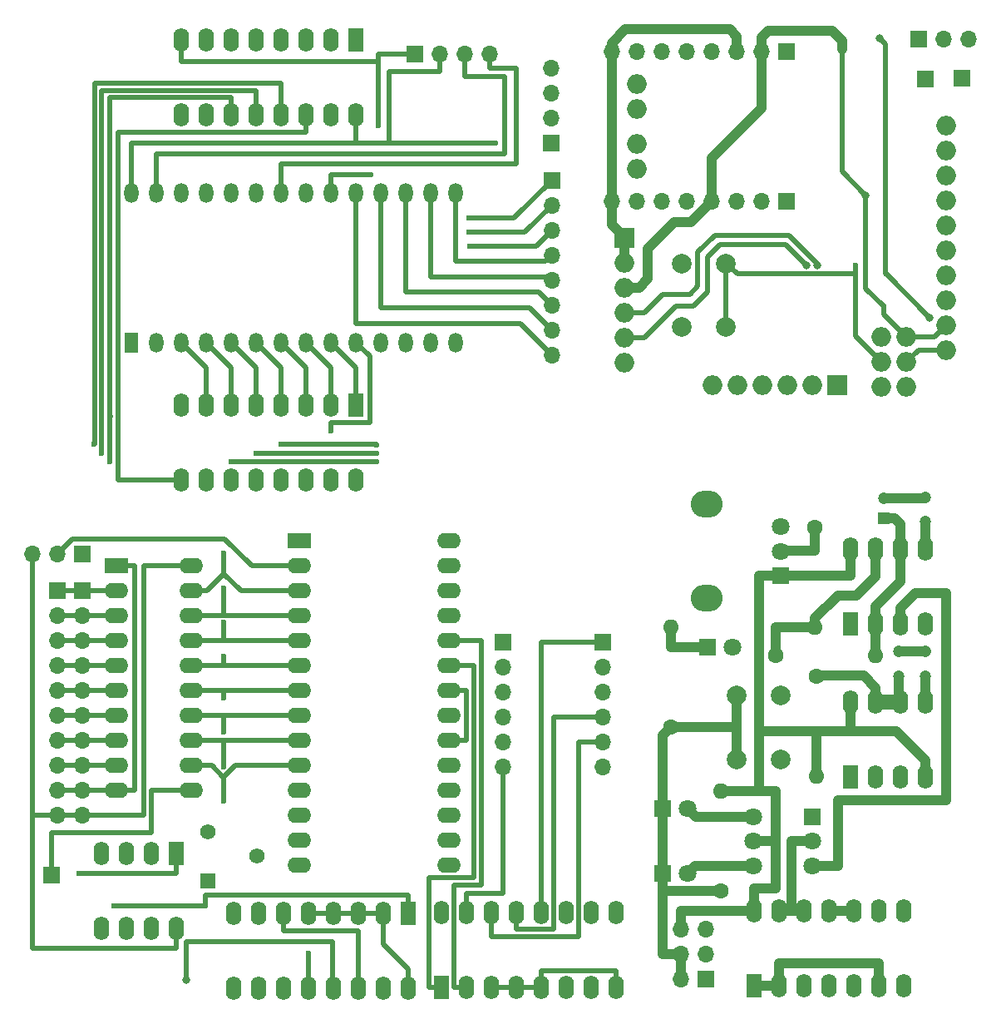
<source format=gbr>
%TF.GenerationSoftware,KiCad,Pcbnew,(6.0.5)*%
%TF.CreationDate,2023-08-07T17:40:20+03:00*%
%TF.ProjectId,JLC3,4a4c4333-2e6b-4696-9361-645f70636258,rev?*%
%TF.SameCoordinates,Original*%
%TF.FileFunction,Copper,L2,Bot*%
%TF.FilePolarity,Positive*%
%FSLAX46Y46*%
G04 Gerber Fmt 4.6, Leading zero omitted, Abs format (unit mm)*
G04 Created by KiCad (PCBNEW (6.0.5)) date 2023-08-07 17:40:20*
%MOMM*%
%LPD*%
G01*
G04 APERTURE LIST*
%TA.AperFunction,ComponentPad*%
%ADD10R,1.700000X1.700000*%
%TD*%
%TA.AperFunction,ComponentPad*%
%ADD11O,1.700000X1.700000*%
%TD*%
%TA.AperFunction,ComponentPad*%
%ADD12C,2.000000*%
%TD*%
%TA.AperFunction,ComponentPad*%
%ADD13R,1.600000X2.400000*%
%TD*%
%TA.AperFunction,ComponentPad*%
%ADD14O,1.600000X2.400000*%
%TD*%
%TA.AperFunction,ComponentPad*%
%ADD15C,1.200000*%
%TD*%
%TA.AperFunction,ComponentPad*%
%ADD16C,1.600000*%
%TD*%
%TA.AperFunction,ComponentPad*%
%ADD17O,1.600000X1.600000*%
%TD*%
%TA.AperFunction,ComponentPad*%
%ADD18R,1.800000X1.800000*%
%TD*%
%TA.AperFunction,ComponentPad*%
%ADD19C,1.800000*%
%TD*%
%TA.AperFunction,ComponentPad*%
%ADD20O,2.000000X2.000000*%
%TD*%
%TA.AperFunction,ComponentPad*%
%ADD21O,2.400000X1.600000*%
%TD*%
%TA.AperFunction,ComponentPad*%
%ADD22R,2.400000X1.600000*%
%TD*%
%TA.AperFunction,ComponentPad*%
%ADD23C,1.560000*%
%TD*%
%TA.AperFunction,ComponentPad*%
%ADD24R,1.560000X1.560000*%
%TD*%
%TA.AperFunction,ComponentPad*%
%ADD25R,1.200000X1.200000*%
%TD*%
%TA.AperFunction,ComponentPad*%
%ADD26R,2.000000X2.000000*%
%TD*%
%TA.AperFunction,ComponentPad*%
%ADD27R,1.440000X2.000000*%
%TD*%
%TA.AperFunction,ComponentPad*%
%ADD28O,1.440000X2.000000*%
%TD*%
%TA.AperFunction,ComponentPad*%
%ADD29O,3.240000X2.720000*%
%TD*%
%TA.AperFunction,ViaPad*%
%ADD30C,0.800000*%
%TD*%
%TA.AperFunction,ViaPad*%
%ADD31C,0.600000*%
%TD*%
%TA.AperFunction,Conductor*%
%ADD32C,1.000000*%
%TD*%
%TA.AperFunction,Conductor*%
%ADD33C,1.500000*%
%TD*%
%TA.AperFunction,Conductor*%
%ADD34C,0.500000*%
%TD*%
%TA.AperFunction,Conductor*%
%ADD35C,0.390000*%
%TD*%
G04 APERTURE END LIST*
D10*
%TO.P,REF\u002A\u002A,1*%
%TO.N,N/C*%
X125280000Y-127859999D03*
D11*
%TO.P,REF\u002A\u002A,2*%
X122740000Y-127859999D03*
%TO.P,REF\u002A\u002A,3*%
X125280000Y-125319999D03*
%TO.P,REF\u002A\u002A,4*%
X122740000Y-125319999D03*
%TO.P,REF\u002A\u002A,5*%
X125280000Y-122779999D03*
%TO.P,REF\u002A\u002A,6*%
X122740000Y-122779999D03*
%TD*%
D12*
%TO.P,REF\u002A\u002A,1*%
%TO.N,N/C*%
X132870000Y-98989999D03*
X132870000Y-105489999D03*
%TO.P,REF\u002A\u002A,2*%
X128370000Y-98989999D03*
X128370000Y-105489999D03*
%TD*%
D13*
%TO.P,NE555,1*%
%TO.N,N/C*%
X140020000Y-107329999D03*
D14*
%TO.P,NE555,2*%
X142560000Y-107329999D03*
%TO.P,NE555,3*%
X145100000Y-107329999D03*
%TO.P,NE555,4*%
X147640000Y-107329999D03*
%TO.P,NE555,5*%
X147640000Y-99709999D03*
%TO.P,NE555,6*%
X145100000Y-99709999D03*
%TO.P,NE555,7*%
X142560000Y-99709999D03*
%TO.P,NE555,8*%
X140020000Y-99709999D03*
%TD*%
D15*
%TO.P,100nF,1*%
%TO.N,N/C*%
X144920000Y-94529999D03*
%TO.P,100nF,2*%
X144920000Y-97029999D03*
%TD*%
D16*
%TO.P,1M,1*%
%TO.N,N/C*%
X136520000Y-97049999D03*
D17*
%TO.P,1M,2*%
X136520000Y-107209999D03*
%TD*%
D15*
%TO.P,100nF,1*%
%TO.N,N/C*%
X147670000Y-94529999D03*
%TO.P,100nF,2*%
X147670000Y-97029999D03*
%TD*%
D18*
%TO.P,ON,1*%
%TO.N,N/C*%
X120890000Y-117134999D03*
D19*
%TO.P,ON,2*%
X123430000Y-117134999D03*
%TD*%
D18*
%TO.P,ON,1*%
%TO.N,N/C*%
X120915000Y-110509999D03*
D19*
%TO.P,ON,2*%
X123455000Y-110509999D03*
%TD*%
D18*
%TO.P,MODE,1*%
%TO.N,N/C*%
X136140000Y-111359999D03*
D19*
%TO.P,MODE,2*%
X136140000Y-113859999D03*
%TO.P,MODE,3*%
X136140000Y-116359999D03*
%TO.P,MODE,4*%
X130140000Y-111359999D03*
%TO.P,MODE,5*%
X130140000Y-113859999D03*
%TO.P,MODE,6*%
X130140000Y-116359999D03*
%TD*%
D17*
%TO.P,220R,2*%
%TO.N,N/C*%
X126790000Y-108754999D03*
D16*
%TO.P,220R,1*%
X126790000Y-118914999D03*
%TD*%
D20*
%TO.P,J2,1,Pin_1*%
%TO.N,N/C*%
X143169294Y-62558292D03*
%TO.P,J2,2,Pin_2*%
X145709294Y-62558292D03*
%TO.P,J2,3,Pin_3*%
X143169294Y-65098292D03*
%TO.P,J2,4,Pin_4*%
X145709294Y-65098292D03*
%TO.P,J2,5,Pin_5*%
X143169294Y-67638292D03*
%TO.P,J2,6,Pin_6*%
X145709294Y-67638292D03*
%TD*%
%TO.P,J4,1,Pin_1*%
%TO.N,N/C*%
X118247893Y-39282893D03*
%TO.P,J4,2,Pin_2*%
X118247893Y-36742893D03*
%TD*%
%TO.P,J3,1,Pin_1*%
%TO.N,N/C*%
X118247893Y-45432893D03*
%TO.P,J3,2,Pin_2*%
X118247893Y-42892893D03*
%TD*%
D10*
%TO.P,REF\u002A\u002A,1*%
%TO.N,N/C*%
X95620000Y-33715000D03*
D11*
%TO.P,REF\u002A\u002A,2*%
X98160000Y-33715000D03*
%TO.P,REF\u002A\u002A,3*%
X100700000Y-33715000D03*
%TO.P,REF\u002A\u002A,4*%
X103240000Y-33715000D03*
%TD*%
D13*
%TO.P,NE555,1*%
%TO.N,N/C*%
X140010000Y-91719999D03*
D14*
%TO.P,NE555,2*%
X142550000Y-91719999D03*
%TO.P,NE555,3*%
X145090000Y-91719999D03*
%TO.P,NE555,4*%
X147630000Y-91719999D03*
%TO.P,NE555,5*%
X147630000Y-84099999D03*
%TO.P,NE555,6*%
X145090000Y-84099999D03*
%TO.P,NE555,7*%
X142550000Y-84099999D03*
%TO.P,NE555,8*%
X140010000Y-84099999D03*
%TD*%
D21*
%TO.P,74LS574,20*%
%TO.N,N/C*%
X72875000Y-85830000D03*
%TO.P,74LS574,19*%
X72875000Y-88370000D03*
%TO.P,74LS574,18*%
X72875000Y-90910000D03*
%TO.P,74LS574,17*%
X72875000Y-93450000D03*
%TO.P,74LS574,16*%
X72875000Y-95990000D03*
%TO.P,74LS574,15*%
X72875000Y-98530000D03*
%TO.P,74LS574,14*%
X72875000Y-101070000D03*
%TO.P,74LS574,13*%
X72875000Y-103610000D03*
%TO.P,74LS574,12*%
X72875000Y-106150000D03*
%TO.P,74LS574,11*%
X72875000Y-108690000D03*
%TO.P,74LS574,10*%
X65255000Y-108690000D03*
%TO.P,74LS574,9*%
X65255000Y-106150000D03*
%TO.P,74LS574,8*%
X65255000Y-103610000D03*
%TO.P,74LS574,7*%
X65255000Y-101070000D03*
%TO.P,74LS574,6*%
X65255000Y-98530000D03*
%TO.P,74LS574,5*%
X65255000Y-95990000D03*
%TO.P,74LS574,4*%
X65255000Y-93450000D03*
%TO.P,74LS574,3*%
X65255000Y-90910000D03*
%TO.P,74LS574,2*%
X65255000Y-88370000D03*
D22*
%TO.P,74LS574,1*%
X65255000Y-85830000D03*
%TD*%
D14*
%TO.P,74LS138,16*%
%TO.N,N/C*%
X98357143Y-121145455D03*
%TO.P,74LS138,15*%
X100897143Y-121145455D03*
%TO.P,74LS138,14*%
X103437143Y-121145455D03*
%TO.P,74LS138,13*%
X105977143Y-121145455D03*
%TO.P,74LS138,12*%
X108517143Y-121145455D03*
%TO.P,74LS138,11*%
X111057143Y-121145455D03*
%TO.P,74LS138,10*%
X113597143Y-121145455D03*
%TO.P,74LS138,9*%
X116137143Y-121145455D03*
%TO.P,74LS138,8*%
X116137143Y-128765455D03*
%TO.P,74LS138,7*%
X113597143Y-128765455D03*
%TO.P,74LS138,6*%
X111057143Y-128765455D03*
%TO.P,74LS138,5*%
X108517143Y-128765455D03*
%TO.P,74LS138,4*%
X105977143Y-128765455D03*
%TO.P,74LS138,3*%
X103437143Y-128765455D03*
%TO.P,74LS138,2*%
X100897143Y-128765455D03*
D13*
%TO.P,74LS138,1*%
X98357143Y-128765455D03*
%TD*%
%TO.P,74LS00,1*%
%TO.N,N/C*%
X130195000Y-128529999D03*
D14*
%TO.P,74LS00,2*%
X132735000Y-128529999D03*
%TO.P,74LS00,3*%
X135275000Y-128529999D03*
%TO.P,74LS00,4*%
X137815000Y-128529999D03*
%TO.P,74LS00,5*%
X140355000Y-128529999D03*
%TO.P,74LS00,6*%
X142895000Y-128529999D03*
%TO.P,74LS00,7*%
X145435000Y-128529999D03*
%TO.P,74LS00,8*%
X145435000Y-120909999D03*
%TO.P,74LS00,9*%
X142895000Y-120909999D03*
%TO.P,74LS00,10*%
X140355000Y-120909999D03*
%TO.P,74LS00,11*%
X137815000Y-120909999D03*
%TO.P,74LS00,12*%
X135275000Y-120909999D03*
%TO.P,74LS00,13*%
X132735000Y-120909999D03*
%TO.P,74LS00,14*%
X130195000Y-120909999D03*
%TD*%
D21*
%TO.P,28C64,28*%
%TO.N,N/C*%
X99145000Y-83285000D03*
%TO.P,28C64,27*%
X99145000Y-85825000D03*
%TO.P,28C64,26*%
X99145000Y-88365000D03*
%TO.P,28C64,25*%
X99145000Y-90905000D03*
%TO.P,28C64,24*%
X99145000Y-93445000D03*
%TO.P,28C64,23*%
X99145000Y-95985000D03*
%TO.P,28C64,22*%
X99145000Y-98525000D03*
%TO.P,28C64,21*%
X99145000Y-101065000D03*
%TO.P,28C64,20*%
X99145000Y-103605000D03*
%TO.P,28C64,19*%
X99145000Y-106145000D03*
%TO.P,28C64,18*%
X99145000Y-108685000D03*
%TO.P,28C64,17*%
X99145000Y-111225000D03*
%TO.P,28C64,16*%
X99145000Y-113765000D03*
%TO.P,28C64,15*%
X99145000Y-116305000D03*
%TO.P,28C64,14*%
X83905000Y-116305000D03*
%TO.P,28C64,13*%
X83905000Y-113765000D03*
%TO.P,28C64,12*%
X83905000Y-111225000D03*
%TO.P,28C64,11*%
X83905000Y-108685000D03*
%TO.P,28C64,10*%
X83905000Y-106145000D03*
%TO.P,28C64,9*%
X83905000Y-103605000D03*
%TO.P,28C64,8*%
X83905000Y-101065000D03*
%TO.P,28C64,7*%
X83905000Y-98525000D03*
%TO.P,28C64,6*%
X83905000Y-95985000D03*
%TO.P,28C64,5*%
X83905000Y-93445000D03*
%TO.P,28C64,4*%
X83905000Y-90905000D03*
%TO.P,28C64,3*%
X83905000Y-88365000D03*
%TO.P,28C64,2*%
X83905000Y-85825000D03*
D22*
%TO.P,28C64,1*%
X83905000Y-83285000D03*
%TD*%
D23*
%TO.P,1M,3*%
%TO.N,N/C*%
X74587143Y-112854546D03*
%TO.P,1M,2*%
X79587143Y-115354546D03*
D24*
%TO.P,1M,1*%
X74587143Y-117854546D03*
%TD*%
D18*
%TO.P,ON,1*%
%TO.N,N/C*%
X125485000Y-94139999D03*
D19*
%TO.P,ON,2*%
X128025000Y-94139999D03*
%TD*%
D14*
%TO.P,74LS76,16*%
%TO.N,N/C*%
X94990000Y-128770000D03*
%TO.P,74LS76,15*%
X92450000Y-128770000D03*
%TO.P,74LS76,14*%
X89910000Y-128770000D03*
%TO.P,74LS76,13*%
X87370000Y-128770000D03*
%TO.P,74LS76,12*%
X84830000Y-128770000D03*
%TO.P,74LS76,11*%
X82290000Y-128770000D03*
%TO.P,74LS76,10*%
X79750000Y-128770000D03*
%TO.P,74LS76,9*%
X77210000Y-128770000D03*
%TO.P,74LS76,8*%
X77210000Y-121150000D03*
%TO.P,74LS76,7*%
X79750000Y-121150000D03*
%TO.P,74LS76,6*%
X82290000Y-121150000D03*
%TO.P,74LS76,5*%
X84830000Y-121150000D03*
%TO.P,74LS76,4*%
X87370000Y-121150000D03*
%TO.P,74LS76,3*%
X89910000Y-121150000D03*
%TO.P,74LS76,2*%
X92450000Y-121150000D03*
D13*
%TO.P,74LS76,1*%
X94990000Y-121150000D03*
%TD*%
D10*
%TO.P,REF\u002A\u002A,1*%
%TO.N,N/C*%
X109565000Y-42810000D03*
D11*
%TO.P,REF\u002A\u002A,2*%
X109565000Y-40270000D03*
%TO.P,REF\u002A\u002A,3*%
X109565000Y-37730000D03*
%TO.P,REF\u002A\u002A,4*%
X109565000Y-35190000D03*
%TD*%
D25*
%TO.P,1uF,1*%
%TO.N,N/C*%
X143396300Y-80972598D03*
D15*
%TO.P,1uF,2*%
X143396300Y-78972598D03*
%TD*%
D10*
%TO.P,D_IN,1*%
%TO.N,N/C*%
X58630000Y-117312500D03*
%TD*%
D16*
%TO.P,1K,1*%
%TO.N,N/C*%
X136410000Y-81939999D03*
D17*
%TO.P,1K,2*%
X136410000Y-92099999D03*
%TD*%
D15*
%TO.P,100nF,1*%
%TO.N,N/C*%
X147646300Y-81349999D03*
%TO.P,100nF,2*%
X147646300Y-78849999D03*
%TD*%
D10*
%TO.P,SW2,1,Pin_1*%
%TO.N,N/C*%
X146977893Y-32182893D03*
D11*
%TO.P,SW2,2,Pin_2*%
X149517893Y-32182893D03*
%TO.P,SW2,3,Pin_3*%
X152057893Y-32182893D03*
%TD*%
D10*
%TO.P,U3,1,V_Mot*%
%TO.N,N/C*%
X133480393Y-33492893D03*
D11*
%TO.P,U3,2,VCC*%
X130940393Y-33492893D03*
%TO.P,U3,3,GND*%
X128400393Y-33492893D03*
%TO.P,U3,4,A1*%
X125860393Y-33492893D03*
%TO.P,U3,5,A2*%
X123320393Y-33492893D03*
%TO.P,U3,6,B2*%
X120780393Y-33492893D03*
%TO.P,U3,7,B1*%
X118240393Y-33492893D03*
%TO.P,U3,8,GND*%
X115700393Y-33492893D03*
%TO.P,U3,9,GND*%
X115715393Y-48742893D03*
%TO.P,U3,10,PWMB*%
X118255393Y-48742893D03*
%TO.P,U3,11,BIN2*%
X120795393Y-48742893D03*
%TO.P,U3,12,BIN1*%
X123335393Y-48742893D03*
%TO.P,U3,13,STBY*%
X125875393Y-48742893D03*
%TO.P,U3,14,AIN1*%
X128415393Y-48742893D03*
%TO.P,U3,15,AIN2*%
X130955393Y-48742893D03*
D10*
%TO.P,U3,16,PWMA*%
X133495393Y-48742893D03*
%TD*%
%TO.P,J8,1,Pin_1*%
%TO.N,N/C*%
X147652893Y-36232893D03*
%TD*%
D26*
%TO.P,J6,1,Pin_1*%
%TO.N,N/C*%
X138632893Y-67402893D03*
D20*
%TO.P,J6,2,Pin_2*%
X136092893Y-67402893D03*
%TO.P,J6,3,Pin_3*%
X133552893Y-67402893D03*
%TO.P,J6,4,Pin_4*%
X131012893Y-67402893D03*
%TO.P,J6,5,Pin_5*%
X128472893Y-67402893D03*
%TO.P,J6,6,Pin_6*%
X125932893Y-67402893D03*
%TD*%
D26*
%TO.P,J1,1,Pin_1*%
%TO.N,N/C*%
X117014294Y-52413292D03*
D20*
%TO.P,J1,2,Pin_2*%
X117014294Y-54953292D03*
%TO.P,J1,3,Pin_3*%
X117014294Y-57493292D03*
%TO.P,J1,4,Pin_4*%
X117014294Y-60033292D03*
%TO.P,J1,5,Pin_5*%
X117014294Y-62573292D03*
%TO.P,J1,6,Pin_6*%
X117014294Y-65113292D03*
%TD*%
D10*
%TO.P,J9,1,Pin_1*%
%TO.N,N/C*%
X151372893Y-36202893D03*
%TD*%
D12*
%TO.P,SW1,2,2*%
%TO.N,N/C*%
X127289294Y-55038292D03*
X127289294Y-61538292D03*
%TO.P,SW1,1,1*%
X122789294Y-61538292D03*
X122789294Y-55038292D03*
%TD*%
D20*
%TO.P,J5,1,Pin_1*%
%TO.N,N/C*%
X149747893Y-41027893D03*
%TO.P,J5,2,Pin_2*%
X149747893Y-43567893D03*
%TO.P,J5,3,Pin_3*%
X149747893Y-46107893D03*
%TO.P,J5,4,Pin_4*%
X149747893Y-48647893D03*
%TO.P,J5,5,Pin_5*%
X149747893Y-51187893D03*
%TO.P,J5,6,Pin_6*%
X149747893Y-53727893D03*
%TO.P,J5,7,Pin_7*%
X149747893Y-56267893D03*
%TO.P,J5,8,Pin_8*%
X149747893Y-58807893D03*
%TO.P,J5,9,Pin_9*%
X149747893Y-61347893D03*
%TO.P,J5,10,Pin_10*%
X149747893Y-63887893D03*
%TD*%
D14*
%TO.P,NE555,8*%
%TO.N,N/C*%
X71357143Y-122714546D03*
%TO.P,NE555,7*%
X68817143Y-122714546D03*
%TO.P,NE555,6*%
X66277143Y-122714546D03*
%TO.P,NE555,5*%
X63737143Y-122714546D03*
%TO.P,NE555,4*%
X63737143Y-115094546D03*
%TO.P,NE555,3*%
X66277143Y-115094546D03*
%TO.P,NE555,2*%
X68817143Y-115094546D03*
D13*
%TO.P,NE555,1*%
X71357143Y-115094546D03*
%TD*%
D11*
%TO.P,BUS,10*%
%TO.N,N/C*%
X59225000Y-111225000D03*
%TO.P,BUS,9*%
X59225000Y-108685000D03*
%TO.P,BUS,8*%
X59225000Y-106145000D03*
%TO.P,BUS,7*%
X59225000Y-103605000D03*
%TO.P,BUS,6*%
X59225000Y-101065000D03*
%TO.P,BUS,5*%
X59225000Y-98525000D03*
%TO.P,BUS,4*%
X59225000Y-95985000D03*
%TO.P,BUS,3*%
X59225000Y-93445000D03*
%TO.P,BUS,2*%
X59225000Y-90905000D03*
D10*
%TO.P,BUS,1*%
X59225000Y-88365000D03*
%TD*%
D27*
%TO.P,EEPROM SOCKET,1*%
%TO.N,N/C*%
X66810000Y-63120000D03*
D28*
%TO.P,EEPROM SOCKET,2*%
X69350000Y-63120000D03*
%TO.P,EEPROM SOCKET,3*%
X71890000Y-63120000D03*
%TO.P,EEPROM SOCKET,4*%
X74430000Y-63120000D03*
%TO.P,EEPROM SOCKET,5*%
X76970000Y-63120000D03*
%TO.P,EEPROM SOCKET,6*%
X79510000Y-63120000D03*
%TO.P,EEPROM SOCKET,7*%
X82050000Y-63120000D03*
%TO.P,EEPROM SOCKET,8*%
X84590000Y-63120000D03*
%TO.P,EEPROM SOCKET,9*%
X87130000Y-63120000D03*
%TO.P,EEPROM SOCKET,10*%
X89670000Y-63120000D03*
%TO.P,EEPROM SOCKET,11*%
X92210000Y-63120000D03*
%TO.P,EEPROM SOCKET,12*%
X94750000Y-63120000D03*
%TO.P,EEPROM SOCKET,13*%
X97290000Y-63120000D03*
%TO.P,EEPROM SOCKET,14*%
X99830000Y-63120000D03*
%TO.P,EEPROM SOCKET,15*%
X99830000Y-47880000D03*
%TO.P,EEPROM SOCKET,16*%
X97290000Y-47880000D03*
%TO.P,EEPROM SOCKET,17*%
X94750000Y-47880000D03*
%TO.P,EEPROM SOCKET,18*%
X92210000Y-47880000D03*
%TO.P,EEPROM SOCKET,19*%
X89670000Y-47880000D03*
%TO.P,EEPROM SOCKET,20*%
X87130000Y-47880000D03*
%TO.P,EEPROM SOCKET,21*%
X84590000Y-47880000D03*
%TO.P,EEPROM SOCKET,22*%
X82050000Y-47880000D03*
%TO.P,EEPROM SOCKET,23*%
X79510000Y-47880000D03*
%TO.P,EEPROM SOCKET,24*%
X76970000Y-47880000D03*
%TO.P,EEPROM SOCKET,25*%
X74430000Y-47880000D03*
%TO.P,EEPROM SOCKET,26*%
X71890000Y-47880000D03*
%TO.P,EEPROM SOCKET,27*%
X69350000Y-47880000D03*
%TO.P,EEPROM SOCKET,28*%
X66810000Y-47880000D03*
%TD*%
D29*
%TO.P,1M,*%
%TO.N,*%
X125375000Y-79519999D03*
X125375000Y-89119999D03*
D18*
%TO.P,1M,1*%
%TO.N,N/C*%
X132875000Y-86819999D03*
D19*
%TO.P,1M,2*%
X132875000Y-84319999D03*
%TO.P,1M,3*%
X132875000Y-81819999D03*
%TD*%
D10*
%TO.P,REF\u002A\u002A,1*%
%TO.N,N/C*%
X109600000Y-46592500D03*
D11*
%TO.P,REF\u002A\u002A,2*%
X109600000Y-49132500D03*
%TO.P,REF\u002A\u002A,3*%
X109600000Y-51672500D03*
%TO.P,REF\u002A\u002A,4*%
X109600000Y-54212500D03*
%TO.P,REF\u002A\u002A,5*%
X109600000Y-56752500D03*
%TO.P,REF\u002A\u002A,6*%
X109600000Y-59292500D03*
%TO.P,REF\u002A\u002A,7*%
X109600000Y-61832500D03*
%TO.P,REF\u002A\u002A,8*%
X109600000Y-64372500D03*
%TD*%
%TO.P,Mode,3*%
%TO.N,N/C*%
X56675000Y-84605000D03*
%TO.P,Mode,2*%
X59215000Y-84605000D03*
D10*
%TO.P,Mode,1*%
X61755000Y-84605000D03*
%TD*%
D13*
%TO.P,74HC595,1*%
%TO.N,N/C*%
X89670000Y-69427500D03*
D14*
%TO.P,74HC595,2*%
X87130000Y-69427500D03*
%TO.P,74HC595,3*%
X84590000Y-69427500D03*
%TO.P,74HC595,4*%
X82050000Y-69427500D03*
%TO.P,74HC595,5*%
X79510000Y-69427500D03*
%TO.P,74HC595,6*%
X76970000Y-69427500D03*
%TO.P,74HC595,7*%
X74430000Y-69427500D03*
%TO.P,74HC595,8*%
X71890000Y-69427500D03*
%TO.P,74HC595,9*%
X71890000Y-77047500D03*
%TO.P,74HC595,10*%
X74430000Y-77047500D03*
%TO.P,74HC595,11*%
X76970000Y-77047500D03*
%TO.P,74HC595,12*%
X79510000Y-77047500D03*
%TO.P,74HC595,13*%
X82050000Y-77047500D03*
%TO.P,74HC595,14*%
X84590000Y-77047500D03*
%TO.P,74HC595,15*%
X87130000Y-77047500D03*
%TO.P,74HC595,16*%
X89670000Y-77047500D03*
%TD*%
D11*
%TO.P,BUS,10*%
%TO.N,N/C*%
X61775000Y-111235000D03*
%TO.P,BUS,9*%
X61775000Y-108695000D03*
%TO.P,BUS,8*%
X61775000Y-106155000D03*
%TO.P,BUS,7*%
X61775000Y-103615000D03*
%TO.P,BUS,6*%
X61775000Y-101075000D03*
%TO.P,BUS,5*%
X61775000Y-98535000D03*
%TO.P,BUS,4*%
X61775000Y-95995000D03*
%TO.P,BUS,3*%
X61775000Y-93455000D03*
%TO.P,BUS,2*%
X61775000Y-90915000D03*
D10*
%TO.P,BUS,1*%
X61775000Y-88375000D03*
%TD*%
D16*
%TO.P,100K,1*%
%TO.N,N/C*%
X132390000Y-94986299D03*
D17*
%TO.P,100K,2*%
X142550000Y-94986299D03*
%TD*%
D13*
%TO.P,74HC595,1*%
%TO.N,N/C*%
X89670000Y-32270000D03*
D14*
%TO.P,74HC595,2*%
X87130000Y-32270000D03*
%TO.P,74HC595,3*%
X84590000Y-32270000D03*
%TO.P,74HC595,4*%
X82050000Y-32270000D03*
%TO.P,74HC595,5*%
X79510000Y-32270000D03*
%TO.P,74HC595,6*%
X76970000Y-32270000D03*
%TO.P,74HC595,7*%
X74430000Y-32270000D03*
%TO.P,74HC595,8*%
X71890000Y-32270000D03*
%TO.P,74HC595,9*%
X71890000Y-39890000D03*
%TO.P,74HC595,10*%
X74430000Y-39890000D03*
%TO.P,74HC595,11*%
X76970000Y-39890000D03*
%TO.P,74HC595,12*%
X79510000Y-39890000D03*
%TO.P,74HC595,13*%
X82050000Y-39890000D03*
%TO.P,74HC595,14*%
X84590000Y-39890000D03*
%TO.P,74HC595,15*%
X87130000Y-39890000D03*
%TO.P,74HC595,16*%
X89670000Y-39890000D03*
%TD*%
D11*
%TO.P,REF\u002A\u002A,6*%
%TO.N,N/C*%
X104600000Y-106275000D03*
%TO.P,REF\u002A\u002A,5*%
X104600000Y-103735000D03*
%TO.P,REF\u002A\u002A,4*%
X104600000Y-101195000D03*
%TO.P,REF\u002A\u002A,3*%
X104600000Y-98655000D03*
%TO.P,REF\u002A\u002A,2*%
X104600000Y-96115000D03*
D10*
%TO.P,REF\u002A\u002A,1*%
X104600000Y-93575000D03*
%TD*%
%TO.P,REF\u002A\u002A,12*%
%TO.N,N/C*%
X114750000Y-93575000D03*
D11*
%TO.P,REF\u002A\u002A,11*%
X114750000Y-96115000D03*
%TO.P,REF\u002A\u002A,10*%
X114750000Y-98655000D03*
%TO.P,REF\u002A\u002A,9*%
X114750000Y-101195000D03*
%TO.P,REF\u002A\u002A,8*%
X114750000Y-103735000D03*
%TO.P,REF\u002A\u002A,7*%
X114750000Y-106275000D03*
%TD*%
D16*
%TO.P,220R,1*%
%TO.N,N/C*%
X121760000Y-102199999D03*
D17*
%TO.P,220R,2*%
X121760000Y-92039999D03*
%TD*%
D30*
%TO.N,*%
X72367143Y-127964546D03*
D31*
X91190000Y-46030000D03*
D30*
X139122893Y-33242893D03*
X136662893Y-55252893D03*
X143002893Y-32082893D03*
D31*
X140512893Y-55252893D03*
X143612893Y-56122893D03*
D30*
X148052893Y-60532893D03*
X141565393Y-48132893D03*
X135532893Y-55232893D03*
D31*
X143392893Y-59392893D03*
X82050000Y-73480000D03*
X101130000Y-50447500D03*
X101240000Y-53307500D03*
X74287143Y-120434546D03*
X76205000Y-106270000D03*
X101190000Y-51877500D03*
X87130000Y-72090000D03*
X62970000Y-73480000D03*
X76205000Y-102770000D03*
X63750000Y-74370000D03*
X76205000Y-99270000D03*
X64977143Y-120434546D03*
X79510000Y-74370000D03*
X91730000Y-75210000D03*
X87240000Y-125290000D03*
X64560000Y-75220000D03*
X76205000Y-95070000D03*
X91720000Y-73490000D03*
X84830000Y-125240000D03*
X91730000Y-74380000D03*
X76205000Y-109770000D03*
X76205000Y-88070000D03*
X76205000Y-84570000D03*
X61407143Y-117164546D03*
X74420000Y-42750000D03*
X76970000Y-75200000D03*
X103840000Y-42750000D03*
X76205000Y-91570000D03*
X91950000Y-41000000D03*
%TD*%
D32*
%TO.N,*%
X122740000Y-125319999D02*
X122740000Y-127859999D01*
X120890000Y-125319999D02*
X122740000Y-125319999D01*
X120890000Y-118914999D02*
X120890000Y-125319999D01*
X122740000Y-120909999D02*
X122740000Y-122779999D01*
X130195000Y-120909999D02*
X122740000Y-120909999D01*
X130195000Y-128529999D02*
X132735000Y-128529999D01*
X132735000Y-126279999D02*
X132735000Y-128529999D01*
X142895000Y-126279999D02*
X132735000Y-126279999D01*
X142895000Y-128529999D02*
X142895000Y-126279999D01*
X137815000Y-120909999D02*
X140355000Y-120909999D01*
X134030000Y-120899999D02*
X134040000Y-120909999D01*
X136140000Y-113859999D02*
X134030000Y-113859999D01*
X132735000Y-120909999D02*
X134040000Y-120909999D01*
X134040000Y-120909999D02*
X135275000Y-120909999D01*
X134030000Y-113859999D02*
X134030000Y-120899999D01*
X130195000Y-118649999D02*
X132350000Y-118649999D01*
X130195000Y-120909999D02*
X130195000Y-118649999D01*
X132350000Y-118649999D02*
X132350000Y-113859999D01*
X121760000Y-102199999D02*
X120915000Y-103044999D01*
X120915000Y-103044999D02*
X120915000Y-110509999D01*
X121760000Y-94139999D02*
X121760000Y-92039999D01*
X125485000Y-94139999D02*
X121760000Y-94139999D01*
X130700000Y-94139999D02*
X130700000Y-94179999D01*
X130700000Y-94179999D02*
X130700000Y-102659999D01*
X130700000Y-92009999D02*
X130700000Y-94179999D01*
X132350000Y-108754999D02*
X130710000Y-108754999D01*
X130140000Y-113859999D02*
X132350000Y-113859999D01*
X132350000Y-113859999D02*
X132350000Y-108754999D01*
X128370000Y-98989999D02*
X128370000Y-102199999D01*
X128370000Y-102199999D02*
X128370000Y-105489999D01*
X121760000Y-102199999D02*
X128370000Y-102199999D01*
X130700000Y-86786299D02*
X130700000Y-92009999D01*
X140010000Y-86786299D02*
X130700000Y-86786299D01*
X140010000Y-84099999D02*
X140010000Y-86786299D01*
X136410000Y-84286299D02*
X136410000Y-81939999D01*
X132908700Y-84286299D02*
X136410000Y-84286299D01*
X132875000Y-84319999D02*
X132908700Y-84286299D01*
X126790000Y-108754999D02*
X130710000Y-108754999D01*
X130710000Y-108754999D02*
X130710000Y-102669999D01*
X120890000Y-118914999D02*
X120890000Y-117134999D01*
X126790000Y-118914999D02*
X120890000Y-118914999D01*
X138720000Y-116359999D02*
X136140000Y-116359999D01*
X149790000Y-88589999D02*
X149790000Y-109689999D01*
X138720000Y-109689999D02*
X138720000Y-116359999D01*
X146580000Y-88589999D02*
X149790000Y-88589999D01*
X145090000Y-90079999D02*
X146580000Y-88589999D01*
X145090000Y-91719999D02*
X145090000Y-90079999D01*
X149790000Y-109689999D02*
X138720000Y-109689999D01*
X140020000Y-99709999D02*
X140020000Y-102669999D01*
X140020000Y-102669999D02*
X144660000Y-102669999D01*
X136490000Y-102669999D02*
X140020000Y-102669999D01*
X136520000Y-102669999D02*
X136490000Y-102669999D01*
X136520000Y-107209999D02*
X136520000Y-102669999D01*
X130710000Y-102669999D02*
X136490000Y-102669999D01*
X130700000Y-102659999D02*
X130710000Y-102669999D01*
X147640000Y-105649999D02*
X147640000Y-107329999D01*
X144660000Y-102669999D02*
X147640000Y-105649999D01*
X130700000Y-102679999D02*
X130710000Y-102669999D01*
X132390000Y-92099999D02*
X132390000Y-94986299D01*
X136410000Y-92099999D02*
X132390000Y-92099999D01*
X142550000Y-91719999D02*
X142550000Y-94986299D01*
X140046300Y-84063699D02*
X140010000Y-84099999D01*
X147640000Y-99709999D02*
X147640000Y-97059999D01*
X141345000Y-97004999D02*
X136565000Y-97004999D01*
D33*
X142560000Y-99709999D02*
X145100000Y-99709999D01*
D32*
X136565000Y-97004999D02*
X136520000Y-97049999D01*
X147640000Y-97059999D02*
X147670000Y-97029999D01*
X144920000Y-94529999D02*
X147720000Y-94529999D01*
X144920000Y-97029999D02*
X144920000Y-99529999D01*
X142560000Y-99709999D02*
X142560000Y-98219999D01*
X142560000Y-98219999D02*
X141345000Y-97004999D01*
X144920000Y-99529999D02*
X145100000Y-99709999D01*
X120890000Y-117134999D02*
X120915000Y-117109999D01*
X120890000Y-110534999D02*
X120915000Y-110509999D01*
X124305000Y-111359999D02*
X123455000Y-110509999D01*
X124205000Y-116359999D02*
X123430000Y-117134999D01*
X130140000Y-111359999D02*
X124305000Y-111359999D01*
X130140000Y-116359999D02*
X124205000Y-116359999D01*
X120890000Y-117134999D02*
X120890000Y-110534999D01*
D34*
X58630000Y-112944546D02*
X58630000Y-117312500D01*
X68827143Y-112944546D02*
X58630000Y-112944546D01*
X72875000Y-108690000D02*
X68827143Y-108690000D01*
X68827143Y-108690000D02*
X68827143Y-112944546D01*
X87240000Y-125290000D02*
X87240000Y-124110000D01*
X87240000Y-124110000D02*
X72367143Y-124110000D01*
X72367143Y-124110000D02*
X72367143Y-127964546D01*
X94990000Y-119370000D02*
X74287143Y-119370000D01*
X74287143Y-119370000D02*
X74287143Y-120434546D01*
X94990000Y-121150000D02*
X94990000Y-119370000D01*
D32*
X123759994Y-50858292D02*
X125875393Y-48742893D01*
X119379294Y-56608292D02*
X119379294Y-53558292D01*
X122079294Y-50858292D02*
X123759994Y-50858292D01*
X118494294Y-57493292D02*
X119379294Y-56608292D01*
X119379294Y-53558292D02*
X122079294Y-50858292D01*
X117014294Y-57493292D02*
X118494294Y-57493292D01*
D34*
X119034294Y-60033292D02*
X117014294Y-60033292D01*
X124459294Y-57388292D02*
X123639294Y-58208292D01*
X126184693Y-52182893D02*
X124459294Y-53908292D01*
X124459294Y-53908292D02*
X124459294Y-57388292D01*
X133772893Y-52182893D02*
X126184693Y-52182893D01*
X136662893Y-55072893D02*
X133772893Y-52182893D01*
X136662893Y-55252893D02*
X136662893Y-55072893D01*
X123639294Y-58208292D02*
X120859294Y-58208292D01*
X120859294Y-58208292D02*
X119034294Y-60033292D01*
X133392893Y-53092893D02*
X135532893Y-55232893D01*
X126714693Y-53092893D02*
X133392893Y-53092893D01*
X125419294Y-54388292D02*
X126714693Y-53092893D01*
X125419294Y-57948292D02*
X125419294Y-54388292D01*
X122229294Y-59358292D02*
X124009294Y-59358292D01*
X124009294Y-59358292D02*
X125419294Y-57948292D01*
X119014294Y-62573292D02*
X122229294Y-59358292D01*
X117014294Y-62573292D02*
X119014294Y-62573292D01*
D32*
X117014294Y-54953292D02*
X117014294Y-52413292D01*
X115715393Y-48742893D02*
X115715393Y-51114391D01*
X115715393Y-51114391D02*
X117014294Y-52413292D01*
D34*
X91190000Y-46030000D02*
X87130000Y-46030000D01*
X87130000Y-46030000D02*
X87130000Y-47880000D01*
X103240000Y-35200000D02*
X103240000Y-33715000D01*
X105970000Y-44940000D02*
X105970000Y-35200000D01*
X103790000Y-44940000D02*
X105970000Y-44940000D01*
X105970000Y-35200000D02*
X103240000Y-35200000D01*
X100700000Y-36010000D02*
X100700000Y-33715000D01*
X104810000Y-43880000D02*
X104810000Y-36010000D01*
X103530000Y-43880000D02*
X104810000Y-43880000D01*
X104810000Y-36010000D02*
X100700000Y-36010000D01*
X91950000Y-33715000D02*
X95620000Y-33715000D01*
X91950000Y-34510000D02*
X91950000Y-33715000D01*
X98160000Y-35490000D02*
X98160000Y-33715000D01*
X93030000Y-35490000D02*
X98160000Y-35490000D01*
X93030000Y-42750000D02*
X93030000Y-35490000D01*
D32*
X115700393Y-33492893D02*
X115700393Y-32630393D01*
D34*
X148052893Y-60532893D02*
X148032893Y-60532893D01*
X143602893Y-32682893D02*
X143602893Y-56112893D01*
D32*
X117102893Y-31227893D02*
X127692893Y-31227893D01*
D34*
X148032893Y-60532893D02*
X143622893Y-56122893D01*
D32*
X127692893Y-31227893D02*
X128400393Y-31935393D01*
X128400393Y-31935393D02*
X128400393Y-33492893D01*
X115700393Y-48727893D02*
X115715393Y-48742893D01*
D34*
X143602893Y-56112893D02*
X143612893Y-56122893D01*
X146927893Y-63887893D02*
X149747893Y-63887893D01*
D32*
X115700393Y-32630393D02*
X117102893Y-31227893D01*
D34*
X143002893Y-32082893D02*
X143602893Y-32682893D01*
X145717893Y-65097893D02*
X146927893Y-63887893D01*
D32*
X115700393Y-33492893D02*
X115700393Y-48727893D01*
D34*
X148537893Y-62557893D02*
X149747893Y-61347893D01*
X140482893Y-56122893D02*
X128492893Y-56122893D01*
X143392893Y-59392893D02*
X141565393Y-57565393D01*
D32*
X138122893Y-31342893D02*
X139122893Y-32342893D01*
X130940393Y-33492893D02*
X130940393Y-32025393D01*
D34*
X127342893Y-54972893D02*
X127342893Y-61472893D01*
X128492893Y-56122893D02*
X127342893Y-54972893D01*
X140512893Y-56092893D02*
X140482893Y-56122893D01*
D32*
X130940393Y-33492893D02*
X130940393Y-39225393D01*
D34*
X140512893Y-62432893D02*
X143177893Y-65097893D01*
D32*
X139122893Y-32342893D02*
X139122893Y-33242893D01*
D34*
X139122893Y-33242893D02*
X139122893Y-45690393D01*
X141565393Y-57565393D02*
X141565393Y-48132893D01*
X143392893Y-59392893D02*
X143392893Y-60232893D01*
X140512893Y-55252893D02*
X140512893Y-56092893D01*
D32*
X125875393Y-44290393D02*
X125875393Y-48742893D01*
D34*
X145717893Y-62557893D02*
X148537893Y-62557893D01*
X140512893Y-56092893D02*
X140512893Y-62432893D01*
D32*
X131622893Y-31342893D02*
X138122893Y-31342893D01*
D34*
X143392893Y-60232893D02*
X145717893Y-62557893D01*
D32*
X130940393Y-32025393D02*
X131622893Y-31342893D01*
D34*
X139122893Y-45690393D02*
X141565393Y-48132893D01*
D32*
X130940393Y-39225393D02*
X125875393Y-44290393D01*
D34*
X84830000Y-125240000D02*
X84830000Y-128770000D01*
X66810000Y-42750000D02*
X74420000Y-42750000D01*
X76970000Y-38170000D02*
X70760000Y-38170000D01*
X107965000Y-53307500D02*
X109600000Y-51672500D01*
X87130000Y-72090000D02*
X87130000Y-71220000D01*
X76190000Y-101065000D02*
X76190000Y-102770000D01*
X100930000Y-98525000D02*
X100930000Y-103605000D01*
X76190000Y-90910000D02*
X76190000Y-88070000D01*
X99145000Y-98525000D02*
X100930000Y-98525000D01*
X74287143Y-120434546D02*
X66277143Y-120434546D01*
D32*
X144493899Y-80972598D02*
X143396300Y-80972598D01*
D34*
X89670000Y-47880000D02*
X89670000Y-61197500D01*
X76210000Y-95950000D02*
X76210000Y-95070000D01*
X89670000Y-39890000D02*
X89670000Y-42750000D01*
X76205000Y-101070000D02*
X72875000Y-101070000D01*
X89670000Y-61197500D02*
X106425000Y-61197500D01*
X84590000Y-65660000D02*
X82050000Y-63120000D01*
X65400000Y-77047500D02*
X71890000Y-77047500D01*
X87240000Y-125290000D02*
X87240000Y-128770000D01*
X71357143Y-117164546D02*
X61407143Y-117164546D01*
X65255000Y-103610000D02*
X59225000Y-103610000D01*
X82050000Y-39890000D02*
X82050000Y-36680000D01*
X91720000Y-73480000D02*
X91720000Y-73490000D01*
X76190000Y-102770000D02*
X76205000Y-102770000D01*
X65255000Y-93450000D02*
X59225000Y-93450000D01*
X91730000Y-74370000D02*
X91730000Y-74380000D01*
X74430000Y-69427500D02*
X74430000Y-65660000D01*
X116137143Y-128765455D02*
X116137143Y-127020000D01*
X82290000Y-123010000D02*
X82290000Y-121150000D01*
X69350000Y-47880000D02*
X69350000Y-43880000D01*
X82050000Y-69427500D02*
X82050000Y-65660000D01*
X89910000Y-128770000D02*
X89910000Y-123010000D01*
X89670000Y-65660000D02*
X89670000Y-69427500D01*
X76205000Y-103610000D02*
X72875000Y-103610000D01*
X87130000Y-65660000D02*
X87130000Y-69427500D01*
X91950000Y-34510000D02*
X71890000Y-34510000D01*
X93030000Y-42750000D02*
X103840000Y-42750000D01*
X59225000Y-108690000D02*
X59225000Y-108685000D01*
X101130000Y-50447500D02*
X105745000Y-50447500D01*
X63010000Y-55020000D02*
X63010000Y-73480000D01*
X104600000Y-119190000D02*
X100897143Y-119190000D01*
X59225000Y-88370000D02*
X59225000Y-88365000D01*
X82050000Y-65660000D02*
X79510000Y-63120000D01*
X102380000Y-118290000D02*
X99630000Y-118290000D01*
X109790000Y-122820000D02*
X105977143Y-122820000D01*
X76970000Y-69427500D02*
X76970000Y-65660000D01*
X103790000Y-44940000D02*
X104530000Y-44940000D01*
X97290000Y-47880000D02*
X97290000Y-56387500D01*
X108517143Y-127020000D02*
X108517143Y-128765455D01*
X83900000Y-95990000D02*
X76250000Y-95990000D01*
X100930000Y-103605000D02*
X99145000Y-103605000D01*
D35*
X64630000Y-70590000D02*
X64620000Y-70590000D01*
D32*
X140641300Y-88849999D02*
X142550000Y-86941299D01*
D34*
X94750000Y-47880000D02*
X94750000Y-57967500D01*
X76205000Y-106270000D02*
X76205000Y-103610000D01*
X71357143Y-124754546D02*
X71357143Y-122714546D01*
X76250000Y-95990000D02*
X72875000Y-95990000D01*
X68560000Y-36680000D02*
X63010000Y-36680000D01*
X76970000Y-65660000D02*
X74430000Y-63120000D01*
X103437143Y-121145455D02*
X103437143Y-123570000D01*
X74500000Y-88370000D02*
X72875000Y-88370000D01*
X99630000Y-118290000D02*
X99630000Y-128765455D01*
X64560000Y-75220000D02*
X64560000Y-38170000D01*
X65255000Y-85830000D02*
X67150000Y-85830000D01*
X102380000Y-93445000D02*
X102380000Y-118290000D01*
X91730000Y-75200000D02*
X91730000Y-75210000D01*
X69350000Y-43880000D02*
X103530000Y-43880000D01*
X59225000Y-98530000D02*
X59225000Y-98525000D01*
X64560000Y-38170000D02*
X70760000Y-38170000D01*
X99145000Y-93445000D02*
X102380000Y-93445000D01*
D32*
X147523701Y-78972598D02*
X147646300Y-78849999D01*
D34*
X83900000Y-90910000D02*
X76190000Y-90910000D01*
X64977143Y-120434546D02*
X66277143Y-120434546D01*
D32*
X142550000Y-86941299D02*
X142550000Y-84099999D01*
D34*
X63750000Y-74370000D02*
X63750000Y-37430000D01*
X59215000Y-84595000D02*
X59215000Y-84605000D01*
X107335000Y-59567500D02*
X109600000Y-61832500D01*
X82050000Y-47880000D02*
X82050000Y-44940000D01*
X83905000Y-85825000D02*
X79015000Y-85825000D01*
X59225000Y-111235000D02*
X59225000Y-111225000D01*
X76970000Y-39890000D02*
X76970000Y-38170000D01*
D32*
X147630000Y-81391299D02*
X147671300Y-81349999D01*
D34*
X77950000Y-88370000D02*
X76205000Y-86625000D01*
X76205000Y-93450000D02*
X72875000Y-93450000D01*
X76210000Y-106270000D02*
X76205000Y-106270000D01*
X82050000Y-36680000D02*
X68560000Y-36680000D01*
X106855000Y-51877500D02*
X109600000Y-49132500D01*
X76205000Y-109770000D02*
X76205000Y-107375000D01*
X74980000Y-106150000D02*
X72875000Y-106150000D01*
X59225000Y-90910000D02*
X59225000Y-90905000D01*
X83905000Y-103605000D02*
X76210000Y-103605000D01*
X112330000Y-123570000D02*
X112330000Y-103735000D01*
D32*
X145798701Y-78972598D02*
X147523701Y-78972598D01*
D34*
X101660000Y-117590000D02*
X97050000Y-117590000D01*
X92450000Y-121150000D02*
X84830000Y-121150000D01*
X56675000Y-111225000D02*
X56675000Y-124754546D01*
D32*
X147630000Y-84099999D02*
X147630000Y-81391299D01*
D34*
X94750000Y-57967500D02*
X108275000Y-57967500D01*
X79510000Y-74370000D02*
X91730000Y-74370000D01*
D32*
X145090000Y-84099999D02*
X145090000Y-87426299D01*
D34*
X56675000Y-124754546D02*
X71357143Y-124754546D01*
X97290000Y-56387500D02*
X109235000Y-56387500D01*
X101190000Y-51877500D02*
X106855000Y-51877500D01*
X74430000Y-65660000D02*
X71890000Y-63120000D01*
X63010000Y-73480000D02*
X62970000Y-73480000D01*
X83900000Y-98530000D02*
X76040000Y-98530000D01*
X87130000Y-63120000D02*
X89670000Y-65660000D01*
X108517143Y-93575000D02*
X108517143Y-121145455D01*
X105745000Y-50447500D02*
X109600000Y-46592500D01*
X59225000Y-93450000D02*
X59225000Y-93445000D01*
X103437143Y-128765455D02*
X108517143Y-128765455D01*
X100897143Y-119190000D02*
X100897143Y-121145455D01*
X101660000Y-95985000D02*
X101660000Y-117590000D01*
X84590000Y-63120000D02*
X87130000Y-65660000D01*
X82050000Y-44940000D02*
X103790000Y-44940000D01*
X59225000Y-101070000D02*
X59225000Y-101065000D01*
X104600000Y-106275000D02*
X104600000Y-119190000D01*
X91050000Y-71220000D02*
X91050000Y-64500000D01*
X66810000Y-47880000D02*
X66810000Y-42750000D01*
X76040000Y-98530000D02*
X72875000Y-98530000D01*
X76210000Y-103605000D02*
X76210000Y-106270000D01*
X83900000Y-88370000D02*
X77950000Y-88370000D01*
X67150000Y-108690000D02*
X65255000Y-108690000D01*
X79510000Y-69427500D02*
X79510000Y-65660000D01*
D32*
X136410000Y-92099999D02*
X136410000Y-91156299D01*
D34*
X114750000Y-101195000D02*
X109790000Y-101195000D01*
X89910000Y-123010000D02*
X82290000Y-123010000D01*
D32*
X145090000Y-81568699D02*
X144493899Y-80972598D01*
D34*
X76205000Y-91570000D02*
X76205000Y-93450000D01*
X76205000Y-107375000D02*
X74980000Y-106150000D01*
X68010000Y-111235000D02*
X61775000Y-111235000D01*
X68010000Y-85830000D02*
X68010000Y-111235000D01*
X103437143Y-123570000D02*
X112330000Y-123570000D01*
X83905000Y-101065000D02*
X76190000Y-101065000D01*
X84590000Y-41720000D02*
X65400000Y-41720000D01*
X65255000Y-106150000D02*
X59225000Y-106150000D01*
X99145000Y-95985000D02*
X101660000Y-95985000D01*
X92210000Y-47880000D02*
X92210000Y-59567500D01*
X109790000Y-101195000D02*
X109790000Y-122820000D01*
X105977143Y-122820000D02*
X105977143Y-121145455D01*
X79510000Y-65660000D02*
X76970000Y-63120000D01*
X65400000Y-41720000D02*
X65400000Y-77047500D01*
X76205000Y-107265000D02*
X76205000Y-109770000D01*
X76205000Y-88070000D02*
X76205000Y-90910000D01*
X108275000Y-57967500D02*
X109600000Y-59292500D01*
X108975000Y-54837500D02*
X109600000Y-54212500D01*
X76205000Y-102770000D02*
X76205000Y-101070000D01*
X89670000Y-42750000D02*
X89720000Y-42750000D01*
X63750000Y-37430000D02*
X79510000Y-37430000D01*
X76205000Y-98595000D02*
X76205000Y-99270000D01*
X76205000Y-90910000D02*
X72875000Y-90910000D01*
X103530000Y-43880000D02*
X104360000Y-43880000D01*
D32*
X145090000Y-84099999D02*
X145090000Y-81568699D01*
D34*
X59225000Y-103610000D02*
X59225000Y-103605000D01*
X92210000Y-59567500D02*
X107335000Y-59567500D01*
X94990000Y-126880000D02*
X92450000Y-124340000D01*
X76140000Y-98530000D02*
X76205000Y-98595000D01*
X89670000Y-39890000D02*
X89710000Y-39930000D01*
X67150000Y-85830000D02*
X67150000Y-108690000D01*
X89720000Y-42750000D02*
X93030000Y-42750000D01*
X74420000Y-42750000D02*
X89720000Y-42750000D01*
X114750000Y-93575000D02*
X108517143Y-93575000D01*
X74430000Y-39890000D02*
X74440000Y-39900000D01*
X106425000Y-61197500D02*
X109600000Y-64372500D01*
X63010000Y-36680000D02*
X63010000Y-55020000D01*
D32*
X143396300Y-78972598D02*
X145798701Y-78972598D01*
X136410000Y-91156299D02*
X138716300Y-88849999D01*
D34*
X72875000Y-85830000D02*
X68010000Y-85830000D01*
X61775000Y-111235000D02*
X59225000Y-111235000D01*
X101240000Y-53307500D02*
X107965000Y-53307500D01*
X65255000Y-95990000D02*
X59225000Y-95990000D01*
X87130000Y-71220000D02*
X91050000Y-71220000D01*
X77325000Y-106145000D02*
X76205000Y-107265000D01*
X91950000Y-41000000D02*
X91950000Y-34510000D01*
X76265000Y-93445000D02*
X76205000Y-93385000D01*
X76205000Y-84570000D02*
X76205000Y-86665000D01*
D32*
X138716300Y-88849999D02*
X140641300Y-88849999D01*
D34*
X84590000Y-39890000D02*
X84590000Y-41720000D01*
X87240000Y-128770000D02*
X87370000Y-128770000D01*
D32*
X145090000Y-87426299D02*
X142550000Y-89966299D01*
D34*
X79510000Y-37430000D02*
X79510000Y-39890000D01*
X76205000Y-86665000D02*
X74500000Y-88370000D01*
X82050000Y-73480000D02*
X91720000Y-73480000D01*
X99830000Y-54837500D02*
X108975000Y-54837500D01*
X76040000Y-98530000D02*
X76140000Y-98530000D01*
X56675000Y-111225000D02*
X59225000Y-111225000D01*
X65255000Y-88370000D02*
X59225000Y-88370000D01*
X97050000Y-128765455D02*
X98357143Y-128765455D01*
X59225000Y-106150000D02*
X59225000Y-106145000D01*
X70760000Y-38170000D02*
X68420000Y-38170000D01*
X116137143Y-127020000D02*
X108517143Y-127020000D01*
X76240000Y-83050000D02*
X60760000Y-83050000D01*
X65255000Y-90910000D02*
X59225000Y-90910000D01*
X76205000Y-93385000D02*
X76205000Y-91570000D01*
X60760000Y-83050000D02*
X59215000Y-84595000D01*
X79015000Y-85825000D02*
X76240000Y-83050000D01*
X97050000Y-117590000D02*
X97050000Y-128765455D01*
X65255000Y-98530000D02*
X59225000Y-98530000D01*
X112330000Y-103735000D02*
X114750000Y-103735000D01*
X71890000Y-34510000D02*
X71890000Y-32270000D01*
X76205000Y-86625000D02*
X76205000Y-84570000D01*
X99630000Y-128765455D02*
X100897143Y-128765455D01*
X84590000Y-69427500D02*
X84590000Y-65660000D01*
X71357143Y-115094546D02*
X71357143Y-117164546D01*
X76970000Y-75200000D02*
X91730000Y-75200000D01*
X83905000Y-93445000D02*
X76265000Y-93445000D01*
X76250000Y-95990000D02*
X76210000Y-95950000D01*
D32*
X145758799Y-78932696D02*
X145798701Y-78972598D01*
D34*
X91050000Y-64500000D02*
X89670000Y-63120000D01*
X94990000Y-128770000D02*
X94990000Y-126880000D01*
X56675000Y-84605000D02*
X56675000Y-111225000D01*
X65255000Y-101070000D02*
X59225000Y-101070000D01*
X109235000Y-56387500D02*
X109600000Y-56752500D01*
X65255000Y-108690000D02*
X59225000Y-108690000D01*
X92450000Y-124340000D02*
X92450000Y-121150000D01*
D32*
X142550000Y-89966299D02*
X142550000Y-91719999D01*
D34*
X59225000Y-95990000D02*
X59225000Y-95985000D01*
X76190000Y-88070000D02*
X76205000Y-88070000D01*
X83905000Y-106145000D02*
X77325000Y-106145000D01*
X76210000Y-95070000D02*
X76205000Y-95070000D01*
X99830000Y-47880000D02*
X99830000Y-54837500D01*
%TD*%
M02*

</source>
